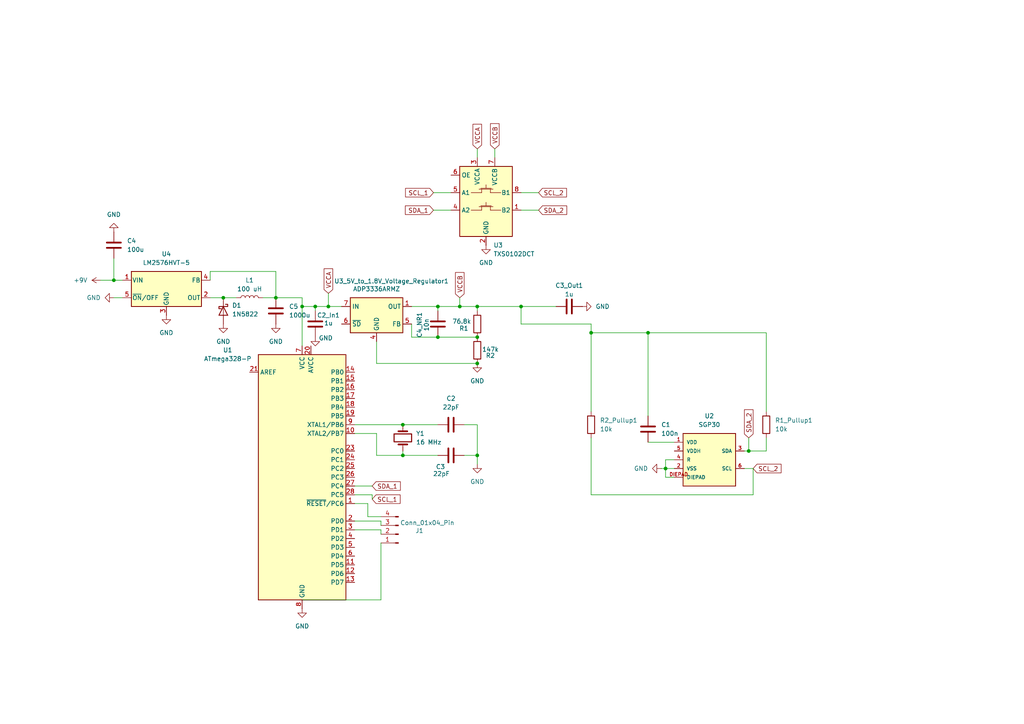
<source format=kicad_sch>
(kicad_sch (version 20250114) (generator "eeschema") (generator_version "9.0")
  (paper "A4")
  (lib_symbols
    (symbol "Connector:Conn_01x04_Pin" (pin_names (offset 1.016) (hide yes))
      (property "Reference" "J" (at 0 5.08 0))
      (property "Value" "Conn_01x04_Pin" (at 0 -7.62 0))
      (symbol "Conn_01x04_Pin_1_1"
        (rectangle (start 0.8636 2.667) (end 0 2.413) (stroke (width 0.1524)) (fill (type outline)))
        (rectangle (start 0.8636 0.127) (end 0 -0.127) (stroke (width 0.1524)) (fill (type outline)))
        (rectangle (start 0.8636 -2.413) (end 0 -2.667) (stroke (width 0.1524)) (fill (type outline)))
        (rectangle (start 0.8636 -4.953) (end 0 -5.207) (stroke (width 0.1524)) (fill (type outline)))
        (polyline (pts (xy 1.27 2.54) (xy 0.8636 2.54)) (stroke (width 0.1524)))
        (polyline (pts (xy 1.27 0) (xy 0.8636 0)) (stroke (width 0.1524)))
        (polyline (pts (xy 1.27 -2.54) (xy 0.8636 -2.54)) (stroke (width 0.1524)))
        (polyline (pts (xy 1.27 -5.08) (xy 0.8636 -5.08)) (stroke (width 0.1524)))
        (pin passive line (at 5.08 2.54 180) (length 3.81) (name "Pin_1") (number "1"))
        (pin passive line (at 5.08 0 180) (length 3.81) (name "Pin_2") (number "2"))
        (pin passive line (at 5.08 -2.54 180) (length 3.81) (name "Pin_3") (number "3"))
        (pin passive line (at 5.08 -5.08 180) (length 3.81) (name "Pin_4") (number "4"))
      )
    )
    (symbol "Device:C" (pin_numbers (hide yes)) (pin_names (offset 0.254))
      (property "Reference" "C" (at 0.635 2.54 0))
      (property "Value" "C" (at 0.635 -2.54 0))
      (symbol "C_0_1"
        (polyline (pts (xy -2.032 0.762) (xy 2.032 0.762)) (stroke (width 0.508)))
        (polyline (pts (xy -2.032 -0.762) (xy 2.032 -0.762)) (stroke (width 0.508)))
      )
      (symbol "C_1_1"
        (pin passive line (at 0 3.81 270) (length 2.794) (name "~") (number "1"))
        (pin passive line (at 0 -3.81 90) (length 2.794) (name "~") (number "2"))
      )
    )
    (symbol "Device:Crystal" (pin_numbers (hide yes)) (pin_names (offset 1.016) (hide yes))
      (property "Reference" "Y" (at 0 3.81 0))
      (property "Value" "Crystal" (at 0 -3.81 0))
      (symbol "Crystal_0_1"
        (polyline (pts (xy -2.54 0) (xy -1.905 0)))
        (polyline (pts (xy -1.905 -1.27) (xy -1.905 1.27)) (stroke (width 0.508)))
        (rectangle (start -1.143 2.54) (end 1.143 -2.54) (stroke (width 0.3048)))
        (polyline (pts (xy 1.905 -1.27) (xy 1.905 1.27)) (stroke (width 0.508)))
        (polyline (pts (xy 2.54 0) (xy 1.905 0)))
      )
      (symbol "Crystal_1_1"
        (pin passive line (at -3.81 0 0) (length 1.27) (name "1") (number "1"))
        (pin passive line (at 3.81 0 180) (length 1.27) (name "2") (number "2"))
      )
    )
    (symbol "Device:L" (pin_numbers (hide yes)) (pin_names (offset 1.016) (hide yes))
      (property "Reference" "L" (at -1.27 0 90))
      (property "Value" "L" (at 1.905 0 90))
      (symbol "L_0_1"
        (arc (start 0 2.54) (mid 0.6323 1.905) (end 0 1.27))
        (arc (start 0 1.27) (mid 0.6323 0.635) (end 0 0))
        (arc (start 0 0) (mid 0.6323 -0.635) (end 0 -1.27))
        (arc (start 0 -1.27) (mid 0.6323 -1.905) (end 0 -2.54))
      )
      (symbol "L_1_1"
        (pin passive line (at 0 3.81 270) (length 1.27) (name "1") (number "1"))
        (pin passive line (at 0 -3.81 90) (length 1.27) (name "2") (number "2"))
      )
    )
    (symbol "Device:R" (pin_numbers (hide yes)) (pin_names (offset 0))
      (property "Reference" "R" (at 2.032 0 90))
      (property "Value" "R" (at 0 0 90))
      (symbol "R_0_1"
        (rectangle (start -1.016 -2.54) (end 1.016 2.54) (stroke (width 0.254)))
      )
      (symbol "R_1_1"
        (pin passive line (at 0 3.81 270) (length 1.27) (name "~") (number "1"))
        (pin passive line (at 0 -3.81 90) (length 1.27) (name "~") (number "2"))
      )
    )
    (symbol "Diode:1N5822" (pin_numbers (hide yes)) (pin_names (offset 1.016) (hide yes))
      (property "Reference" "D" (at 0 2.54 0))
      (property "Value" "1N5822" (at 0 -2.54 0))
      (symbol "1N5822_0_1"
        (polyline (pts (xy -1.905 0.635) (xy -1.905 1.27) (xy -1.27 1.27) (xy -1.27 -1.27) (xy -0.635 -1.27) (xy -0.635 -0.635)) (stroke (width 0.254)))
        (polyline (pts (xy 1.27 1.27) (xy 1.27 -1.27) (xy -1.27 0) (xy 1.27 1.27)) (stroke (width 0.254)))
        (polyline (pts (xy 1.27 0) (xy -1.27 0)))
      )
      (symbol "1N5822_1_1"
        (pin passive line (at -3.81 0 0) (length 2.54) (name "K") (number "1"))
        (pin passive line (at 3.81 0 180) (length 2.54) (name "A") (number "2"))
      )
    )
    (symbol "Logic_LevelTranslator:TXS0102DCT"
      (property "Reference" "U" (at -6.35 11.43 0))
      (property "Value" "TXS0102DCT" (at 3.81 11.43 0))
      (symbol "TXS0102DCT_0_1"
        (rectangle (start -7.62 10.16) (end 7.62 -10.16) (stroke (width 0.254)) (fill (type background)))
        (polyline (pts (xy -4.318 -2.54) (xy -1.27 -2.54)))
        (polyline (pts (xy -2.032 -1.524) (xy 2.032 -1.524)))
        (polyline (pts (xy -1.524 -1.27) (xy 1.524 -1.27)))
        (polyline (pts (xy -1.27 -2.54) (xy -1.27 -1.524)))
        (polyline (pts (xy 0 -1.27) (xy 0 -0.254)))
        (polyline (pts (xy 1.27 -2.54) (xy 1.27 -1.524)))
        (polyline (pts (xy 4.318 -2.54) (xy 1.27 -2.54)))
      )
      (symbol "TXS0102DCT_1_1"
        (polyline (pts (xy -4.318 2.54) (xy -1.27 2.54)))
        (polyline (pts (xy -2.032 3.556) (xy 2.032 3.556)))
        (polyline (pts (xy -1.524 3.81) (xy 1.524 3.81)))
        (polyline (pts (xy -1.27 2.54) (xy -1.27 3.556)))
        (polyline (pts (xy 0 3.81) (xy 0 4.826)))
        (polyline (pts (xy 1.27 2.54) (xy 1.27 3.556)))
        (polyline (pts (xy 4.318 2.54) (xy 1.27 2.54)))
        (pin input line (at -10.16 7.62 0) (length 2.54) (name "OE") (number "6"))
        (pin bidirectional line (at -10.16 2.54 0) (length 2.54) (name "A1") (number "5"))
        (pin bidirectional line (at -10.16 -2.54 0) (length 2.54) (name "A2") (number "4"))
        (pin power_in line (at -2.54 12.7 270) (length 2.54) (name "VCCA") (number "3"))
        (pin power_in line (at 0 -12.7 90) (length 2.54) (name "GND") (number "2"))
        (pin power_in line (at 2.54 12.7 270) (length 2.54) (name "VCCB") (number "7"))
        (pin bidirectional line (at 10.16 2.54 180) (length 2.54) (name "B1") (number "8"))
        (pin bidirectional line (at 10.16 -2.54 180) (length 2.54) (name "B2") (number "1"))
      )
    )
    (symbol "MCU_Microchip_ATmega:ATmega328-P"
      (property "Reference" "U" (at -12.7 36.83 0))
      (property "Value" "ATmega328-P" (at 2.54 -36.83 0))
      (symbol "ATmega328-P_0_1"
        (rectangle (start -12.7 -35.56) (end 12.7 35.56) (stroke (width 0.254)) (fill (type background)))
      )
      (symbol "ATmega328-P_1_1"
        (pin passive line (at -15.24 30.48 0) (length 2.54) (name "AREF") (number "21"))
        (pin power_in line (at 0 38.1 270) (length 2.54) (name "VCC") (number "7"))
        (pin passive line (at 0 -38.1 90) (length 2.54) (hide yes) (name "GND") (number "22"))
        (pin power_in line (at 0 -38.1 90) (length 2.54) (name "GND") (number "8"))
        (pin power_in line (at 2.54 38.1 270) (length 2.54) (name "AVCC") (number "20"))
        (pin bidirectional line (at 15.24 30.48 180) (length 2.54) (name "PB0") (number "14"))
        (pin bidirectional line (at 15.24 27.94 180) (length 2.54) (name "PB1") (number "15"))
        (pin bidirectional line (at 15.24 25.4 180) (length 2.54) (name "PB2") (number "16"))
        (pin bidirectional line (at 15.24 22.86 180) (length 2.54) (name "PB3") (number "17"))
        (pin bidirectional line (at 15.24 20.32 180) (length 2.54) (name "PB4") (number "18"))
        (pin bidirectional line (at 15.24 17.78 180) (length 2.54) (name "PB5") (number "19"))
        (pin bidirectional line (at 15.24 15.24 180) (length 2.54) (name "XTAL1/PB6") (number "9"))
        (pin bidirectional line (at 15.24 12.7 180) (length 2.54) (name "XTAL2/PB7") (number "10"))
        (pin bidirectional line (at 15.24 7.62 180) (length 2.54) (name "PC0") (number "23"))
        (pin bidirectional line (at 15.24 5.08 180) (length 2.54) (name "PC1") (number "24"))
        (pin bidirectional line (at 15.24 2.54 180) (length 2.54) (name "PC2") (number "25"))
        (pin bidirectional line (at 15.24 0 180) (length 2.54) (name "PC3") (number "26"))
        (pin bidirectional line (at 15.24 -2.54 180) (length 2.54) (name "PC4") (number "27"))
        (pin bidirectional line (at 15.24 -5.08 180) (length 2.54) (name "PC5") (number "28"))
        (pin bidirectional line (at 15.24 -7.62 180) (length 2.54) (name "~{RESET}/PC6") (number "1"))
        (pin bidirectional line (at 15.24 -12.7 180) (length 2.54) (name "PD0") (number "2"))
        (pin bidirectional line (at 15.24 -15.24 180) (length 2.54) (name "PD1") (number "3"))
        (pin bidirectional line (at 15.24 -17.78 180) (length 2.54) (name "PD2") (number "4"))
        (pin bidirectional line (at 15.24 -20.32 180) (length 2.54) (name "PD3") (number "5"))
        (pin bidirectional line (at 15.24 -22.86 180) (length 2.54) (name "PD4") (number "6"))
        (pin bidirectional line (at 15.24 -25.4 180) (length 2.54) (name "PD5") (number "11"))
        (pin bidirectional line (at 15.24 -27.94 180) (length 2.54) (name "PD6") (number "12"))
        (pin bidirectional line (at 15.24 -30.48 180) (length 2.54) (name "PD7") (number "13"))
      )
    )
    (symbol "Regulator_Linear:ADP3336ARMZ"
      (property "Reference" "U" (at 0 10.16 0))
      (property "Value" "ADP3336ARMZ" (at 0 7.62 0))
      (symbol "ADP3336ARMZ_1_1"
        (rectangle (start -7.62 5.08) (end 7.62 -5.08) (stroke (width 0.254)) (fill (type background)))
        (pin power_in line (at -10.16 2.54 0) (length 2.54) (name "IN") (number "7"))
        (pin passive line (at -10.16 2.54 0) (length 2.54) (hide yes) (name "IN") (number "8"))
        (pin input line (at -10.16 -2.54 0) (length 2.54) (name "~{SD}") (number "6"))
        (pin power_in line (at 0 -7.62 90) (length 2.54) (name "GND") (number "4"))
        (pin power_out line (at 10.16 2.54 180) (length 2.54) (name "OUT") (number "1"))
        (pin passive line (at 10.16 2.54 180) (length 2.54) (hide yes) (name "OUT") (number "2"))
        (pin passive line (at 10.16 2.54 180) (length 2.54) (hide yes) (name "OUT") (number "3"))
        (pin passive line (at 10.16 -2.54 180) (length 2.54) (name "FB") (number "5"))
      )
    )
    (symbol "Regulator_Switching:LM2576HVT-5" (pin_names (offset 0.254))
      (property "Reference" "U" (at -10.16 6.35 0))
      (property "Value" "LM2576HVT-5" (at 0 6.35 0))
      (symbol "LM2576HVT-5_0_1"
        (rectangle (start -10.16 5.08) (end 10.16 -5.08) (stroke (width 0.254)) (fill (type background)))
      )
      (symbol "LM2576HVT-5_1_1"
        (pin power_in line (at -12.7 2.54 0) (length 2.54) (name "VIN") (number "1"))
        (pin input line (at -12.7 -2.54 0) (length 2.54) (name "~{ON}/OFF") (number "5"))
        (pin power_in line (at 0 -7.62 90) (length 2.54) (name "GND") (number "3"))
        (pin input line (at 12.7 2.54 180) (length 2.54) (name "FB") (number "4"))
        (pin output line (at 12.7 -2.54 180) (length 2.54) (name "OUT") (number "2"))
      )
    )
    (symbol "SGP30:SGP30" (pin_names (offset 1.016))
      (property "Reference" "U" (at -7.62 8.128 0))
      (symbol "SGP30_0_0"
        (rectangle (start -7.62 -7.62) (end 7.62 7.62) (stroke (width 0.254)) (fill (type background)))
        (pin bidirectional line (at -10.16 5.08 0) (length 2.54) (name "VDD") (number "1"))
        (pin bidirectional line (at -10.16 2.54 0) (length 2.54) (name "VDDH") (number "5"))
        (pin bidirectional line (at -10.16 0 0) (length 2.54) (name "R") (number "4"))
        (pin bidirectional line (at -10.16 -2.54 0) (length 2.54) (name "VSS") (number "2"))
        (pin bidirectional line (at -10.16 -5.08 0) (length 2.54) (name "DIEPAD") (number "DIEPAD"))
        (pin bidirectional line (at 10.16 2.54 180) (length 2.54) (name "SDA") (number "3"))
        (pin bidirectional line (at 10.16 -2.54 180) (length 2.54) (name "SCL") (number "6"))
      )
    )
    (symbol "power:+9V" (power) (pin_numbers (hide yes)) (pin_names (offset 0) (hide yes))
      (property "Value" "+9V" (at 0 3.556 0))
      (symbol "+9V_0_1"
        (polyline (pts (xy -0.762 1.27) (xy 0 2.54)))
        (polyline (pts (xy 0 2.54) (xy 0.762 1.27)))
        (polyline (pts (xy 0 0) (xy 0 2.54)))
      )
      (symbol "+9V_1_1"
        (pin power_in line (at 0 0 90) (length 0) (name "~") (number "1"))
      )
    )
    (symbol "power:GND" (power) (pin_numbers (hide yes)) (pin_names (offset 0) (hide yes))
      (property "Value" "GND" (at 0 -3.81 0))
      (symbol "GND_0_1"
        (polyline (pts (xy 0 0) (xy 0 -1.27) (xy 1.27 -1.27) (xy 0 -2.54) (xy -1.27 -1.27) (xy 0 -1.27)))
      )
      (symbol "GND_1_1"
        (pin power_in line (at 0 0 270) (length 0) (name "~") (number "1"))
      )
    )
  )
  (junction (at 33.02 81.28))
  (junction (at 171.45 96.52))
  (junction (at 116.84 132.08))
  (junction (at 87.63 88.9))
  (junction (at 95.25 88.9))
  (junction (at 138.43 132.08))
  (junction (at 138.43 97.79))
  (junction (at 133.35 88.9))
  (junction (at 217.17 130.81))
  (junction (at 91.44 88.9))
  (junction (at 80.01 86.36))
  (junction (at 138.43 88.9))
  (junction (at 116.84 123.19))
  (junction (at 127 88.9))
  (junction (at 127 97.79))
  (junction (at 138.43 105.41))
  (junction (at 151.13 88.9))
  (junction (at 187.96 96.52))
  (junction (at 193.04 135.89))
  (junction (at 64.77 86.36))
  (wire (pts (xy 193.04 135.89) (xy 195.58 135.89)))
  (wire (pts (xy 171.45 93.98) (xy 171.45 96.52)))
  (wire (pts (xy 80.01 78.74) (xy 80.01 86.36)))
  (wire (pts (xy 60.96 86.36) (xy 64.77 86.36)))
  (wire (pts (xy 60.96 81.28) (xy 60.96 78.74)))
  (wire (pts (xy 87.63 173.99) (xy 110.49 173.99)))
  (wire (pts (xy 107.95 143.51) (xy 107.95 144.78)))
  (wire (pts (xy 151.13 88.9) (xy 138.43 88.9)))
  (wire (pts (xy 102.87 125.73) (xy 109.22 125.73)))
  (wire (pts (xy 138.43 45.72) (xy 138.43 43.18)))
  (wire (pts (xy 106.68 149.86) (xy 110.49 149.86)))
  (wire (pts (xy 109.22 99.06) (xy 109.22 105.41)))
  (wire (pts (xy 64.77 86.36) (xy 68.58 86.36)))
  (wire (pts (xy 95.25 88.9) (xy 99.06 88.9)))
  (wire (pts (xy 109.22 125.73) (xy 109.22 132.08)))
  (wire (pts (xy 222.25 96.52) (xy 222.25 119.38)))
  (wire (pts (xy 161.29 88.9) (xy 151.13 88.9)))
  (wire (pts (xy 218.44 135.89) (xy 218.44 143.51)))
  (wire (pts (xy 222.25 127) (xy 222.25 130.81)))
  (wire (pts (xy 87.63 86.36) (xy 87.63 88.9)))
  (wire (pts (xy 217.17 130.81) (xy 222.25 130.81)))
  (wire (pts (xy 102.87 143.51) (xy 107.95 143.51)))
  (wire (pts (xy 116.84 130.81) (xy 116.84 132.08)))
  (wire (pts (xy 193.04 133.35) (xy 195.58 133.35)))
  (wire (pts (xy 119.38 97.79) (xy 127 97.79)))
  (wire (pts (xy 133.35 86.36) (xy 133.35 88.9)))
  (wire (pts (xy 138.43 132.08) (xy 134.62 132.08)))
  (wire (pts (xy 193.04 135.89) (xy 193.04 138.43)))
  (wire (pts (xy 151.13 88.9) (xy 151.13 93.98)))
  (wire (pts (xy 125.73 55.88) (xy 130.81 55.88)))
  (wire (pts (xy 171.45 93.98) (xy 151.13 93.98)))
  (wire (pts (xy 102.87 153.67) (xy 110.49 153.67)))
  (wire (pts (xy 110.49 173.99) (xy 110.49 157.48)))
  (wire (pts (xy 138.43 88.9) (xy 138.43 90.17)))
  (wire (pts (xy 127 97.79) (xy 138.43 97.79)))
  (wire (pts (xy 127 88.9) (xy 133.35 88.9)))
  (wire (pts (xy 171.45 96.52) (xy 171.45 119.38)))
  (wire (pts (xy 138.43 123.19) (xy 138.43 132.08)))
  (wire (pts (xy 193.04 138.43) (xy 195.58 138.43)))
  (wire (pts (xy 193.04 135.89) (xy 193.04 133.35)))
  (wire (pts (xy 106.68 146.05) (xy 106.68 149.86)))
  (wire (pts (xy 187.96 128.27) (xy 195.58 128.27)))
  (wire (pts (xy 125.73 60.96) (xy 130.81 60.96)))
  (wire (pts (xy 215.9 130.81) (xy 217.17 130.81)))
  (wire (pts (xy 138.43 132.08) (xy 138.43 134.62)))
  (wire (pts (xy 151.13 55.88) (xy 156.21 55.88)))
  (wire (pts (xy 187.96 96.52) (xy 171.45 96.52)))
  (wire (pts (xy 33.02 86.36) (xy 35.56 86.36)))
  (wire (pts (xy 29.21 81.28) (xy 33.02 81.28)))
  (wire (pts (xy 116.84 132.08) (xy 127 132.08)))
  (wire (pts (xy 116.84 123.19) (xy 127 123.19)))
  (wire (pts (xy 127 88.9) (xy 127 90.17)))
  (wire (pts (xy 102.87 140.97) (xy 107.95 140.97)))
  (wire (pts (xy 76.2 86.36) (xy 80.01 86.36)))
  (wire (pts (xy 138.43 105.41) (xy 109.22 105.41)))
  (wire (pts (xy 191.77 135.89) (xy 193.04 135.89)))
  (wire (pts (xy 127 88.9) (xy 119.38 88.9)))
  (wire (pts (xy 33.02 81.28) (xy 35.56 81.28)))
  (wire (pts (xy 110.49 151.13) (xy 110.49 152.4)))
  (wire (pts (xy 151.13 60.96) (xy 156.21 60.96)))
  (wire (pts (xy 102.87 146.05) (xy 106.68 146.05)))
  (wire (pts (xy 95.25 85.09) (xy 95.25 88.9)))
  (wire (pts (xy 134.62 123.19) (xy 138.43 123.19)))
  (wire (pts (xy 91.44 88.9) (xy 95.25 88.9)))
  (wire (pts (xy 102.87 123.19) (xy 116.84 123.19)))
  (wire (pts (xy 91.44 88.9) (xy 87.63 88.9)))
  (wire (pts (xy 143.51 45.72) (xy 143.51 43.18)))
  (wire (pts (xy 218.44 143.51) (xy 171.45 143.51)))
  (wire (pts (xy 171.45 127) (xy 171.45 143.51)))
  (wire (pts (xy 109.22 132.08) (xy 116.84 132.08)))
  (wire (pts (xy 217.17 127) (xy 217.17 130.81)))
  (wire (pts (xy 119.38 93.98) (xy 119.38 97.79)))
  (wire (pts (xy 102.87 151.13) (xy 110.49 151.13)))
  (wire (pts (xy 187.96 96.52) (xy 187.96 120.65)))
  (wire (pts (xy 91.44 90.17) (xy 91.44 88.9)))
  (wire (pts (xy 215.9 135.89) (xy 218.44 135.89)))
  (wire (pts (xy 110.49 153.67) (xy 110.49 154.94)))
  (wire (pts (xy 80.01 86.36) (xy 87.63 86.36)))
  (wire (pts (xy 33.02 81.28) (xy 33.02 74.93)))
  (wire (pts (xy 87.63 88.9) (xy 87.63 100.33)))
  (wire (pts (xy 187.96 96.52) (xy 222.25 96.52)))
  (wire (pts (xy 60.96 78.74) (xy 80.01 78.74)))
  (wire (pts (xy 133.35 88.9) (xy 138.43 88.9)))
  (global_label "SCL_1" (shape input) (at 107.95 144.78 0) (property "Intersheetrefs" "${INTERSHEET_REFS}" (effects (hide yes))))
  (global_label "SCL_2" (shape input) (at 218.44 135.89 0) (property "Intersheetrefs" "${INTERSHEET_REFS}" (effects (hide yes))))
  (global_label "SDA_1" (shape input) (at 125.73 60.96 180) (property "Intersheetrefs" "${INTERSHEET_REFS}" (effects (hide yes))))
  (global_label "SCL_1" (shape input) (at 125.73 55.88 180) (property "Intersheetrefs" "${INTERSHEET_REFS}" (effects (hide yes))))
  (global_label "VCCA" (shape input) (at 138.43 43.18 90) (property "Intersheetrefs" "${INTERSHEET_REFS}" (effects (hide yes))))
  (global_label "SDA_2" (shape input) (at 156.21 60.96 0) (property "Intersheetrefs" "${INTERSHEET_REFS}" (effects (hide yes))))
  (global_label "VCCB" (shape input) (at 133.35 86.36 90) (property "Intersheetrefs" "${INTERSHEET_REFS}" (effects (hide yes))))
  (global_label "VCCA" (shape input) (at 95.25 85.09 90) (property "Intersheetrefs" "${INTERSHEET_REFS}" (effects (hide yes))))
  (global_label "SDA_2" (shape input) (at 217.17 127 90) (property "Intersheetrefs" "${INTERSHEET_REFS}" (effects (hide yes))))
  (global_label "SDA_1" (shape input) (at 107.95 140.97 0) (property "Intersheetrefs" "${INTERSHEET_REFS}" (effects (hide yes))))
  (global_label "VCCB" (shape input) (at 143.51 43.18 90) (property "Intersheetrefs" "${INTERSHEET_REFS}" (effects (hide yes))))
  (global_label "SCL_2" (shape input) (at 156.21 55.88 0) (property "Intersheetrefs" "${INTERSHEET_REFS}" (effects (hide yes))))
  (symbol (lib_id "Device:C") (at 127 93.98 180) (unit 1)
    (property "Reference" "C4_NR1" (at 121.666 94.234 90))
    (property "Value" "10n" (at 123.698 94.234 90))
    (property "Footprint" "C10nF:G-155_MUR" (effects (hide yes)))
    (property "Description" "Unpolarized capacitor" (effects (hide yes)))
  )
  (symbol (lib_id "Device:C") (at 80.01 90.17 0) (unit 1)
    (property "Reference" "C5" (at 83.82 88.8999 0) (effects (justify left)))
    (property "Value" "1000u" (at 83.82 91.4399 0) (effects (justify left)))
    (property "Footprint" "1000uF:CAP_YX_10X16_RUB" (effects (hide yes)))
    (property "Description" "Unpolarized capacitor" (effects (hide yes)))
  )
  (symbol (lib_id "Connector:Conn_01x04_Pin") (at 115.57 154.94 180) (unit 1)
    (property "Reference" "J1" (at 121.666 153.924 0))
    (property "Value" "Conn_01x04_Pin" (at 123.952 151.638 0))
    (property "Footprint" "Connector_PinHeader_1.00mm:PinHeader_1x04_P1.00mm_Vertical" (effects (hide yes)))
    (property "Description" "Generic connector, single row, 01x04, script generated" (effects (hide yes)))
  )
  (symbol (lib_id "power:GND") (at 140.97 71.12 0) (unit 1)
    (property "Reference" "#PWR05" (effects (hide yes)))
    (property "Value" "GND" (at 140.97 76.2 0))
    (property "Description" "Power symbol creates a global label with name \"GND\" , ground" (effects (hide yes)))
  )
  (symbol (lib_id "power:GND") (at 191.77 135.89 270) (unit 1)
    (property "Reference" "#PWR01" (effects (hide yes)))
    (property "Value" "GND" (at 187.96 135.8899 90) (effects (justify right)))
    (property "Description" "Power symbol creates a global label with name \"GND\" , ground" (effects (hide yes)))
  )
  (symbol (lib_id "Device:C") (at 165.1 88.9 90) (unit 1)
    (property "Reference" "C3_Out1" (at 165.1 82.804 90))
    (property "Value" "1u" (at 165.1 85.344 90))
    (property "Footprint" "C1u:CAP_CL10_SAM-M" (effects (hide yes)))
    (property "Description" "Unpolarized capacitor" (effects (hide yes)))
  )
  (symbol (lib_id "power:GND") (at 138.43 105.41 0) (unit 1)
    (property "Reference" "#PWR04" (effects (hide yes)))
    (property "Value" "GND" (at 138.43 110.49 0))
    (property "Description" "Power symbol creates a global label with name \"GND\" , ground" (effects (hide yes)))
  )
  (symbol (lib_id "power:GND") (at 168.91 88.9 90) (unit 1)
    (property "Reference" "#PWR03" (effects (hide yes)))
    (property "Value" "GND" (at 172.72 88.8999 90) (effects (justify right)))
    (property "Description" "Power symbol creates a global label with name \"GND\" , ground" (effects (hide yes)))
  )
  (symbol (lib_id "Device:L") (at 72.39 86.36 90) (unit 1)
    (property "Reference" "L1" (at 72.39 81.28 90))
    (property "Value" "100 uH" (at 72.39 83.82 90))
    (property "Footprint" "Inductor100uH:IND_TAIYO_BRL3225_TAY" (effects (hide yes)))
    (property "Description" "Inductor" (effects (hide yes)))
  )
  (symbol (lib_id "Device:C") (at 91.44 93.98 0) (unit 1)
    (property "Reference" "C2_In1" (at 91.948 91.44 0) (effects (justify left)))
    (property "Value" "1u" (at 93.98 93.726 0) (effects (justify left)))
    (property "Footprint" "C1u:CAP_CL10_SAM-M" (effects (hide yes)))
    (property "Description" "Unpolarized capacitor" (effects (hide yes)))
  )
  (symbol (lib_id "power:GND") (at 33.02 67.31 180) (unit 1)
    (property "Reference" "#PWR010" (effects (hide yes)))
    (property "Value" "GND" (at 33.02 62.23 0))
    (property "Description" "Power symbol creates a global label with name \"GND\" , ground" (effects (hide yes)))
  )
  (symbol (lib_id "power:GND") (at 33.02 86.36 270) (unit 1)
    (property "Reference" "#PWR09" (effects (hide yes)))
    (property "Value" "GND" (at 29.21 86.3599 90) (effects (justify right)))
    (property "Description" "Power symbol creates a global label with name \"GND\" , ground" (effects (hide yes)))
  )
  (symbol (lib_id "Device:C") (at 33.02 71.12 0) (unit 1)
    (property "Reference" "C4" (at 36.83 69.8499 0) (effects (justify left)))
    (property "Value" "100u" (at 36.83 72.3899 0) (effects (justify left)))
    (property "Footprint" "c100u:CAP_GRM31_1206_MUR-M" (effects (hide yes)))
    (property "Description" "Unpolarized capacitor" (effects (hide yes)))
  )
  (symbol (lib_id "power:GND") (at 48.26 91.44 0) (unit 1)
    (property "Reference" "#PWR08" (effects (hide yes)))
    (property "Value" "GND" (at 48.26 96.52 0))
    (property "Description" "Power symbol creates a global label with name \"GND\" , ground" (effects (hide yes)))
  )
  (symbol (lib_id "Logic_LevelTranslator:TXS0102DCT") (at 140.97 58.42 0) (unit 1)
    (property "Reference" "U3" (at 143.1133 71.12 0) (effects (justify left)))
    (property "Value" "TXS0102DCT" (at 143.1133 73.66 0) (effects (justify left)))
    (property "Footprint" "Package_SO:SSOP-8_2.95x2.8mm_P0.65mm" (effects (hide yes)))
    (property "Datasheet" "http://www.ti.com/lit/gpn/txs0102" (effects (hide yes)))
    (property "Description" "2-Bit Bidirectional Voltage-Level Shifter for Open-Drain and Push-Pull Application, SSOP-8" (effects (hide yes)))
  )
  (symbol (lib_id "Device:C") (at 187.96 124.46 0) (unit 1)
    (property "Reference" "C1" (at 191.77 123.1899 0) (effects (justify left)))
    (property "Value" "100n" (at 191.77 125.7299 0) (effects (justify left)))
    (property "Footprint" "GRM022D80G104ME15L:CAPC0402X22N" (effects (hide yes)))
    (property "Description" "Unpolarized capacitor" (effects (hide yes)))
  )
  (symbol (lib_id "Device:Crystal") (at 116.84 127 90) (unit 1)
    (property "Reference" "Y1" (at 120.65 125.7299 90) (effects (justify right)))
    (property "Value" "16 MHz" (at 120.65 128.2699 90) (effects (justify right)))
    (property "Footprint" "ECS_160_20_5PX_TR:XTAL_ECS-160-20-5PX-TR" (effects (hide yes)))
    (property "Description" "Two pin crystal" (effects (hide yes)))
  )
  (symbol (lib_id "SGP30:SGP30") (at 205.74 133.35 0) (unit 1)
    (property "Reference" "U2" (at 205.74 120.65 0))
    (property "Value" "SGP30" (at 205.74 123.19 0))
    (property "Footprint" "SGP30:SGP30" (effects (hide yes)))
    (property "MF" "Sensirion AG" (effects (hide yes)))
    (property "Description_1" "SGP30, SHTC1 Air Quality, Humidity, Temperature Sensor Arduino Platform Evaluation Expansion Board" (effects (hide yes)))
    (property "Package" "None" (effects (hide yes)))
    (property "Price" "None" (effects (hide yes)))
    (property "Check_prices" "https://www.snapeda.com/parts/SGP30/Sensirion/view-part/?ref=eda" (effects (hide yes)))
    (property "VALUE" "SGP30" (effects (hide yes)))
    (property "SnapEDA_Link" "https://www.snapeda.com/parts/SGP30/Sensirion/view-part/?ref=snap" (effects (hide yes)))
    (property "PROD_ID" "IC-14776" (effects (hide yes)))
    (property "Availability" "Not in stock" (effects (hide yes)))
    (property "MP" "SGP30" (effects (hide yes)))
  )
  (symbol (lib_id "power:GND") (at 64.77 93.98 0) (unit 1)
    (property "Reference" "#PWR012" (effects (hide yes)))
    (property "Value" "GND" (at 64.77 99.06 0))
    (property "Description" "Power symbol creates a global label with name \"GND\" , ground" (effects (hide yes)))
  )
  (symbol (lib_id "power:GND") (at 80.01 93.98 0) (unit 1)
    (property "Reference" "#PWR013" (effects (hide yes)))
    (property "Value" "GND" (at 80.01 99.06 0))
    (property "Description" "Power symbol creates a global label with name \"GND\" , ground" (effects (hide yes)))
  )
  (symbol (lib_id "Regulator_Switching:LM2576HVT-5") (at 48.26 83.82 0) (unit 1)
    (property "Reference" "U4" (at 48.26 73.66 0))
    (property "Value" "LM2576HVT-5" (at 48.26 76.2 0))
    (property "Footprint" "Package_TO_SOT_THT:TO-220-5_Vertical" (effects (hide yes)))
    (property "Datasheet" "http://www.ti.com/lit/ds/symlink/lm2576.pdf" (effects (hide yes)))
    (property "Description" "5V, 3A SIMPLE SWITCHER® Step-Down Voltage Regulator, High Voltage Input, TO-220-5" (effects (hide yes)))
  )
  (symbol (lib_id "Device:R") (at 138.43 101.6 0) (unit 1)
    (property "Reference" "R2" (at 142.24 103.124 0))
    (property "Value" "147k" (at 142.24 101.346 0))
    (property "Footprint" "R147:YAG_MF25_YAG" (effects (hide yes)))
    (property "Description" "Resistor" (effects (hide yes)))
  )
  (symbol (lib_id "Device:R") (at 171.45 123.19 0) (unit 1)
    (property "Reference" "R2_Pullup1" (at 173.99 121.9199 0) (effects (justify left)))
    (property "Value" "10k" (at 173.99 124.4599 0) (effects (justify left)))
    (property "Footprint" "R10k:YAG_MF25_YAG" (effects (hide yes)))
    (property "Description" "Resistor" (effects (hide yes)))
  )
  (symbol (lib_id "power:+9V") (at 29.21 81.28 90) (unit 1)
    (property "Reference" "#PWR011" (effects (hide yes)))
    (property "Value" "+9V" (at 25.4 81.2799 90) (effects (justify left)))
    (property "Description" "Power symbol creates a global label with name \"+9V\"" (effects (hide yes)))
  )
  (symbol (lib_id "Device:R") (at 222.25 123.19 0) (unit 1)
    (property "Reference" "R1_Pullup1" (at 224.79 121.9199 0) (effects (justify left)))
    (property "Value" "10k" (at 224.79 124.4599 0) (effects (justify left)))
    (property "Footprint" "R10k:YAG_MF25_YAG" (effects (hide yes)))
    (property "Description" "Resistor" (effects (hide yes)))
  )
  (symbol (lib_id "Device:R") (at 138.43 93.98 180) (unit 1)
    (property "Reference" "R1" (at 135.89 95.2501 0) (effects (justify left)))
    (property "Value" "76.8k" (at 136.652 93.218 0) (effects (justify left)))
    (property "Footprint" "R76k8:YAG_MF25_YAG" (effects (hide yes)))
    (property "Description" "Resistor" (effects (hide yes)))
  )
  (symbol (lib_id "power:GND") (at 91.44 97.79 0) (unit 1)
    (property "Reference" "#PWR02" (effects (hide yes)))
    (property "Value" "GND" (at 94.488 98.044 0))
    (property "Description" "Power symbol creates a global label with name \"GND\" , ground" (effects (hide yes)))
  )
  (symbol (lib_id "power:GND") (at 138.43 134.62 0) (unit 1)
    (property "Reference" "#PWR07" (effects (hide yes)))
    (property "Value" "GND" (at 138.43 139.7 0))
    (property "Description" "Power symbol creates a global label with name \"GND\" , ground" (effects (hide yes)))
  )
  (symbol (lib_id "Device:C") (at 130.81 123.19 90) (unit 1)
    (property "Reference" "C2" (at 130.81 115.57 90))
    (property "Value" "22pF" (at 130.81 118.11 90))
    (property "Footprint" "footprints:CAPC17595_87N_KEM-M" (effects (hide yes)))
    (property "Description" "Unpolarized capacitor" (effects (hide yes)))
  )
  (symbol (lib_id "Diode:1N5822") (at 64.77 90.17 270) (unit 1)
    (property "Reference" "D1" (at 67.31 88.5824 90) (effects (justify left)))
    (property "Value" "1N5822" (at 67.31 91.1224 90) (effects (justify left)))
    (property "Footprint" "Diode_THT:D_DO-201AD_P15.24mm_Horizontal" (effects (hide yes)))
    (property "Datasheet" "http://www.vishay.com/docs/88526/1n5820.pdf" (effects (hide yes)))
    (property "Description" "40V 3A Schottky Barrier Rectifier Diode, DO-201AD" (effects (hide yes)))
  )
  (symbol (lib_id "MCU_Microchip_ATmega:ATmega328-P") (at 87.63 138.43 0) (unit 1)
    (property "Reference" "U1" (at 66.04 101.5298 0))
    (property "Value" "ATmega328-P" (at 66.04 104.0698 0))
    (property "Footprint" "Package_DIP:DIP-28_W7.62mm" (effects (hide yes)))
    (property "Datasheet" "http://ww1.microchip.com/downloads/en/DeviceDoc/ATmega328_P%20AVR%20MCU%20with%20picoPower%20Technology%20Data%20Sheet%2040001984A.pdf" (effects (hide yes)))
    (property "Description" "20MHz, 32kB Flash, 2kB SRAM, 1kB EEPROM, DIP-28" (effects (hide yes)))
  )
  (symbol (lib_id "Regulator_Linear:ADP3336ARMZ") (at 109.22 91.44 0) (unit 1)
    (property "Reference" "U3_5V_to_1.8V_Voltage_Regulator1" (at 113.538 81.534 0))
    (property "Value" "ADP3336ARMZ" (at 109.22 83.82 0))
    (property "Footprint" "Package_SO:MSOP-8_3x3mm_P0.65mm" (effects (hide yes)))
    (property "Datasheet" "https://www.analog.com/media/en/technical-documentation/data-sheets/ADP3336.pdf" (effects (hide yes)))
    (property "Description" "High Accuracy Ultralow IQ, 500mA anyCAP Adjustable Low Dropout Regulator, MSOP-8" (effects (hide yes)))
  )
  (symbol (lib_id "power:GND") (at 87.63 176.53 0) (unit 1)
    (property "Reference" "#PWR06" (effects (hide yes)))
    (property "Value" "GND" (at 87.63 181.61 0))
    (property "Description" "Power symbol creates a global label with name \"GND\" , ground" (effects (hide yes)))
  )
  (symbol (lib_id "Device:C") (at 130.81 132.08 270) (unit 1)
    (property "Reference" "C3" (at 127.762 135.382 90))
    (property "Value" "22pF" (at 128.016 137.414 90))
    (property "Footprint" "footprints:CAPC17595_87N_KEM-M" (effects (hide yes)))
    (property "Description" "Unpolarized capacitor" (effects (hide yes)))
  )
)
</source>
